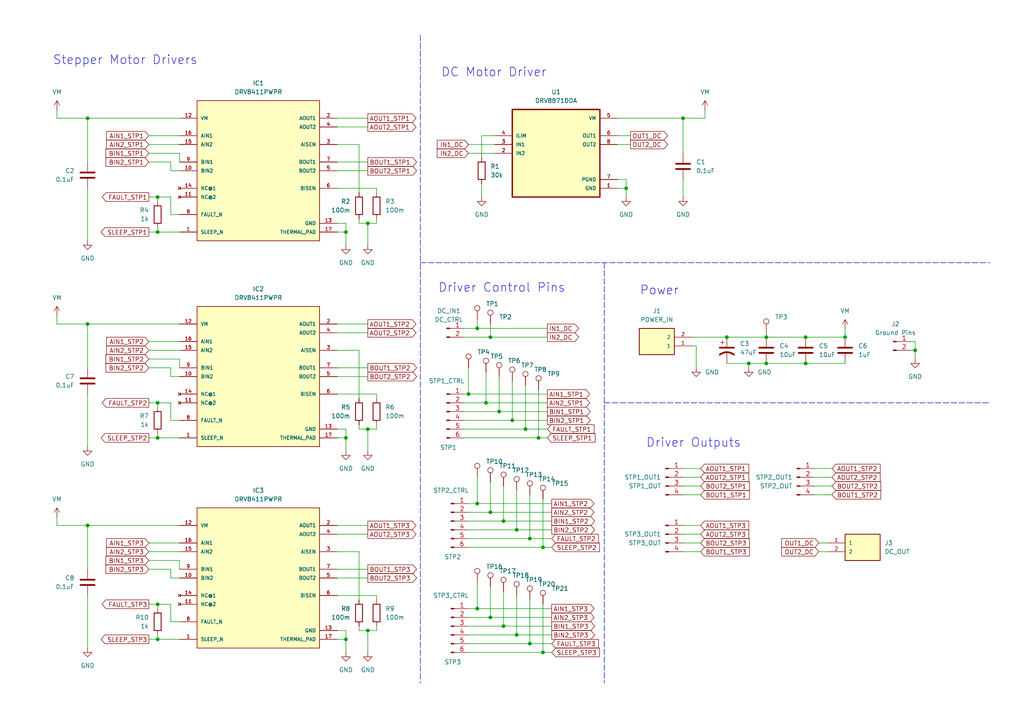
<source format=kicad_sch>
(kicad_sch (version 20250114) (generator "eeschema") (generator_version "9.0")
  (paper "A4")
  (text "Stepper Motor Drivers" (at 36.322 17.526 0) (effects (font (size 2.54 2.54))))
  (text "DC Motor Driver" (at 143.256 21.082 0) (effects (font (size 2.54 2.54))))
  (text "Driver Outputs" (at 201.168 128.524 0) (effects (font (size 2.54 2.54))))
  (text "Driver Control Pins" (at 145.542 83.566 0) (effects (font (size 2.54 2.54))))
  (text "Power" (at 191.262 84.328 0) (effects (font (size 2.54 2.54))))
  (junction (at 265.43 101.6))
  (junction (at 233.68 105.41))
  (junction (at 138.43 95.25))
  (junction (at 45.72 127))
  (junction (at 106.68 124.46))
  (junction (at 45.72 185.42))
  (junction (at 142.24 97.79))
  (junction (at 100.33 67.31))
  (junction (at 144.78 119.38))
  (junction (at 142.24 179.07))
  (junction (at 135.89 114.3))
  (junction (at 156.21 127))
  (junction (at 153.67 156.21))
  (junction (at 106.68 182.88))
  (junction (at 138.43 176.53))
  (junction (at 100.33 127))
  (junction (at 148.59 121.92))
  (junction (at 222.25 105.41))
  (junction (at 152.4 124.46))
  (junction (at 181.61 54.61))
  (junction (at 157.48 158.75))
  (junction (at 25.4 93.98))
  (junction (at 25.4 152.4))
  (junction (at 198.12 34.29))
  (junction (at 149.86 184.15))
  (junction (at 25.4 34.29))
  (junction (at 245.11 97.79))
  (junction (at 233.68 97.79))
  (junction (at 146.05 181.61))
  (junction (at 217.17 105.41))
  (junction (at 100.33 185.42))
  (junction (at 146.05 151.13))
  (junction (at 222.25 97.79))
  (junction (at 138.43 146.05))
  (junction (at 45.72 175.26))
  (junction (at 149.86 153.67))
  (junction (at 45.72 67.31))
  (junction (at 140.97 116.84))
  (junction (at 157.48 189.23))
  (junction (at 210.82 97.79))
  (junction (at 45.72 116.84))
  (junction (at 45.72 57.15))
  (junction (at 153.67 186.69))
  (junction (at 142.24 148.59))
  (junction (at 106.68 64.77))
  (wire (pts (xy 135.89 106.68) (xy 135.89 114.3)))
  (wire (pts (xy 153.67 156.21) (xy 160.02 156.21)))
  (wire (pts (xy 43.18 185.42) (xy 45.72 185.42)))
  (wire (pts (xy 25.4 93.98) (xy 52.07 93.98)))
  (wire (pts (xy 146.05 181.61) (xy 160.02 181.61)))
  (wire (pts (xy 179.07 52.07) (xy 181.61 52.07)))
  (wire (pts (xy 157.48 158.75) (xy 160.02 158.75)))
  (wire (pts (xy 109.22 172.72) (xy 97.79 172.72)))
  (wire (pts (xy 97.79 93.98) (xy 106.68 93.98)))
  (wire (pts (xy 142.24 170.18) (xy 142.24 179.07)))
  (wire (pts (xy 16.51 31.75) (xy 16.51 34.29)))
  (wire (pts (xy 25.4 129.54) (xy 25.4 114.3)))
  (wire (pts (xy 237.49 160.02) (xy 240.03 160.02)))
  (wire (pts (xy 97.79 41.91) (xy 104.14 41.91)))
  (wire (pts (xy 97.79 167.64) (xy 106.68 167.64)))
  (wire (pts (xy 16.51 149.86) (xy 16.51 152.4)))
  (wire (pts (xy 49.53 109.22) (xy 52.07 109.22)))
  (wire (pts (xy 52.07 106.68) (xy 52.07 104.14)))
  (wire (pts (xy 97.79 96.52) (xy 106.68 96.52)))
  (wire (pts (xy 109.22 173.99) (xy 109.22 172.72)))
  (wire (pts (xy 25.4 69.85) (xy 25.4 54.61)))
  (wire (pts (xy 233.68 105.41) (xy 245.11 105.41)))
  (wire (pts (xy 106.68 64.77) (xy 109.22 64.77)))
  (wire (pts (xy 138.43 176.53) (xy 160.02 176.53)))
  (wire (pts (xy 134.62 119.38) (xy 144.78 119.38)))
  (wire (pts (xy 97.79 182.88) (xy 100.33 182.88)))
  (wire (pts (xy 104.14 41.91) (xy 104.14 55.88)))
  (wire (pts (xy 153.67 186.69) (xy 160.02 186.69)))
  (wire (pts (xy 198.12 34.29) (xy 198.12 44.45)))
  (wire (pts (xy 45.72 185.42) (xy 52.07 185.42)))
  (wire (pts (xy 52.07 46.99) (xy 52.07 44.45)))
  (wire (pts (xy 135.89 176.53) (xy 138.43 176.53)))
  (wire (pts (xy 142.24 139.7) (xy 142.24 148.59)))
  (wire (pts (xy 45.72 67.31) (xy 52.07 67.31)))
  (wire (pts (xy 146.05 151.13) (xy 160.02 151.13)))
  (wire (pts (xy 109.22 115.57) (xy 109.22 114.3)))
  (wire (pts (xy 106.68 182.88) (xy 109.22 182.88)))
  (wire (pts (xy 100.33 182.88) (xy 100.33 185.42)))
  (polyline (pts (xy 121.92 76.2) (xy 287.02 76.2)) (stroke (width 0) (type dash)))
  (wire (pts (xy 104.14 182.88) (xy 106.68 182.88)))
  (wire (pts (xy 157.48 175.26) (xy 157.48 189.23)))
  (wire (pts (xy 109.22 182.88) (xy 109.22 181.61)))
  (wire (pts (xy 100.33 127) (xy 97.79 127)))
  (wire (pts (xy 217.17 106.68) (xy 217.17 105.41)))
  (wire (pts (xy 49.53 121.92) (xy 49.53 116.84)))
  (wire (pts (xy 43.18 46.99) (xy 49.53 46.99)))
  (wire (pts (xy 236.22 138.43) (xy 241.3 138.43)))
  (wire (pts (xy 134.62 97.79) (xy 142.24 97.79)))
  (wire (pts (xy 49.53 180.34) (xy 52.07 180.34)))
  (wire (pts (xy 45.72 116.84) (xy 49.53 116.84)))
  (wire (pts (xy 181.61 54.61) (xy 181.61 57.15)))
  (wire (pts (xy 142.24 97.79) (xy 158.75 97.79)))
  (wire (pts (xy 43.18 157.48) (xy 52.07 157.48)))
  (wire (pts (xy 152.4 124.46) (xy 158.75 124.46)))
  (wire (pts (xy 156.21 113.03) (xy 156.21 127)))
  (wire (pts (xy 97.79 106.68) (xy 106.68 106.68)))
  (wire (pts (xy 179.07 34.29) (xy 198.12 34.29)))
  (wire (pts (xy 43.18 41.91) (xy 52.07 41.91)))
  (wire (pts (xy 237.49 157.48) (xy 240.03 157.48)))
  (wire (pts (xy 100.33 67.31) (xy 97.79 67.31)))
  (wire (pts (xy 236.22 143.51) (xy 241.3 143.51)))
  (wire (pts (xy 198.12 52.07) (xy 198.12 57.15)))
  (wire (pts (xy 49.53 46.99) (xy 49.53 49.53)))
  (wire (pts (xy 138.43 168.91) (xy 138.43 176.53)))
  (wire (pts (xy 138.43 92.71) (xy 138.43 95.25)))
  (wire (pts (xy 138.43 95.25) (xy 158.75 95.25)))
  (wire (pts (xy 157.48 144.78) (xy 157.48 158.75)))
  (wire (pts (xy 104.14 182.88) (xy 104.14 181.61)))
  (wire (pts (xy 43.18 116.84) (xy 45.72 116.84)))
  (wire (pts (xy 135.89 151.13) (xy 146.05 151.13)))
  (wire (pts (xy 198.12 135.89) (xy 203.2 135.89)))
  (wire (pts (xy 135.89 41.91) (xy 143.51 41.91)))
  (wire (pts (xy 106.68 124.46) (xy 109.22 124.46)))
  (wire (pts (xy 204.47 31.75) (xy 204.47 34.29)))
  (wire (pts (xy 156.21 127) (xy 158.75 127)))
  (wire (pts (xy 104.14 124.46) (xy 104.14 123.19)))
  (wire (pts (xy 149.86 172.72) (xy 149.86 184.15)))
  (wire (pts (xy 45.72 175.26) (xy 49.53 175.26)))
  (wire (pts (xy 97.79 152.4) (xy 106.68 152.4)))
  (wire (pts (xy 97.79 165.1) (xy 106.68 165.1)))
  (wire (pts (xy 134.62 116.84) (xy 140.97 116.84)))
  (wire (pts (xy 49.53 165.1) (xy 49.53 167.64)))
  (wire (pts (xy 146.05 171.45) (xy 146.05 181.61)))
  (wire (pts (xy 16.51 34.29) (xy 25.4 34.29)))
  (polyline (pts (xy 175.26 76.2) (xy 175.26 198.12)) (stroke (width 0) (type dash)))
  (wire (pts (xy 198.12 143.51) (xy 203.2 143.51)))
  (wire (pts (xy 109.22 55.88) (xy 109.22 54.61)))
  (wire (pts (xy 139.7 57.15) (xy 139.7 53.34)))
  (wire (pts (xy 138.43 138.43) (xy 138.43 146.05)))
  (wire (pts (xy 139.7 39.37) (xy 143.51 39.37)))
  (wire (pts (xy 135.89 186.69) (xy 153.67 186.69)))
  (wire (pts (xy 97.79 36.83) (xy 106.68 36.83)))
  (wire (pts (xy 144.78 109.22) (xy 144.78 119.38)))
  (wire (pts (xy 25.4 106.68) (xy 25.4 93.98)))
  (wire (pts (xy 149.86 153.67) (xy 160.02 153.67)))
  (wire (pts (xy 45.72 67.31) (xy 45.72 66.04)))
  (wire (pts (xy 100.33 67.31) (xy 100.33 71.12)))
  (wire (pts (xy 149.86 184.15) (xy 160.02 184.15)))
  (wire (pts (xy 153.67 143.51) (xy 153.67 156.21)))
  (wire (pts (xy 43.18 101.6) (xy 52.07 101.6)))
  (wire (pts (xy 43.18 44.45) (xy 52.07 44.45)))
  (wire (pts (xy 222.25 96.52) (xy 222.25 97.79)))
  (wire (pts (xy 104.14 64.77) (xy 104.14 63.5)))
  (wire (pts (xy 204.47 34.29) (xy 198.12 34.29)))
  (wire (pts (xy 106.68 124.46) (xy 106.68 130.81)))
  (wire (pts (xy 45.72 116.84) (xy 45.72 118.11)))
  (wire (pts (xy 45.72 127) (xy 52.07 127)))
  (wire (pts (xy 140.97 116.84) (xy 158.75 116.84)))
  (wire (pts (xy 135.89 146.05) (xy 138.43 146.05)))
  (wire (pts (xy 236.22 140.97) (xy 241.3 140.97)))
  (wire (pts (xy 134.62 127) (xy 156.21 127)))
  (wire (pts (xy 45.72 57.15) (xy 45.72 58.42)))
  (wire (pts (xy 200.66 97.79) (xy 210.82 97.79)))
  (wire (pts (xy 16.51 93.98) (xy 25.4 93.98)))
  (wire (pts (xy 135.89 114.3) (xy 158.75 114.3)))
  (wire (pts (xy 198.12 154.94) (xy 203.2 154.94)))
  (wire (pts (xy 135.89 156.21) (xy 153.67 156.21)))
  (wire (pts (xy 109.22 114.3) (xy 97.79 114.3)))
  (wire (pts (xy 264.16 99.06) (xy 265.43 99.06)))
  (wire (pts (xy 16.51 91.44) (xy 16.51 93.98)))
  (wire (pts (xy 97.79 154.94) (xy 106.68 154.94)))
  (wire (pts (xy 45.72 57.15) (xy 49.53 57.15)))
  (wire (pts (xy 135.89 44.45) (xy 143.51 44.45)))
  (wire (pts (xy 134.62 114.3) (xy 135.89 114.3)))
  (wire (pts (xy 49.53 106.68) (xy 49.53 109.22)))
  (wire (pts (xy 97.79 49.53) (xy 106.68 49.53)))
  (wire (pts (xy 45.72 185.42) (xy 45.72 184.15)))
  (wire (pts (xy 49.53 62.23) (xy 49.53 57.15)))
  (wire (pts (xy 146.05 140.97) (xy 146.05 151.13)))
  (wire (pts (xy 236.22 135.89) (xy 241.3 135.89)))
  (wire (pts (xy 264.16 101.6) (xy 265.43 101.6)))
  (wire (pts (xy 100.33 185.42) (xy 97.79 185.42)))
  (wire (pts (xy 135.89 179.07) (xy 142.24 179.07)))
  (wire (pts (xy 43.18 165.1) (xy 49.53 165.1)))
  (wire (pts (xy 97.79 64.77) (xy 100.33 64.77)))
  (wire (pts (xy 49.53 167.64) (xy 52.07 167.64)))
  (wire (pts (xy 43.18 162.56) (xy 52.07 162.56)))
  (wire (pts (xy 49.53 121.92) (xy 52.07 121.92)))
  (wire (pts (xy 104.14 124.46) (xy 106.68 124.46)))
  (wire (pts (xy 109.22 64.77) (xy 109.22 63.5)))
  (wire (pts (xy 265.43 101.6) (xy 265.43 104.14)))
  (wire (pts (xy 142.24 93.98) (xy 142.24 97.79)))
  (wire (pts (xy 135.89 181.61) (xy 146.05 181.61)))
  (wire (pts (xy 134.62 121.92) (xy 148.59 121.92)))
  (wire (pts (xy 153.67 173.99) (xy 153.67 186.69)))
  (polyline (pts (xy 175.26 116.84) (xy 287.02 116.84)) (stroke (width 0) (type dash)))
  (wire (pts (xy 152.4 111.76) (xy 152.4 124.46)))
  (wire (pts (xy 222.25 105.41) (xy 233.68 105.41)))
  (wire (pts (xy 100.33 64.77) (xy 100.33 67.31)))
  (wire (pts (xy 138.43 146.05) (xy 160.02 146.05)))
  (wire (pts (xy 100.33 127) (xy 100.33 130.81)))
  (wire (pts (xy 106.68 182.88) (xy 106.68 189.23)))
  (wire (pts (xy 135.89 148.59) (xy 142.24 148.59)))
  (wire (pts (xy 135.89 189.23) (xy 157.48 189.23)))
  (wire (pts (xy 149.86 142.24) (xy 149.86 153.67)))
  (wire (pts (xy 104.14 64.77) (xy 106.68 64.77)))
  (wire (pts (xy 49.53 180.34) (xy 49.53 175.26)))
  (wire (pts (xy 104.14 160.02) (xy 104.14 173.99)))
  (wire (pts (xy 198.12 160.02) (xy 203.2 160.02)))
  (wire (pts (xy 97.79 101.6) (xy 104.14 101.6)))
  (wire (pts (xy 97.79 160.02) (xy 104.14 160.02)))
  (wire (pts (xy 134.62 95.25) (xy 138.43 95.25)))
  (wire (pts (xy 148.59 121.92) (xy 158.75 121.92)))
  (wire (pts (xy 43.18 57.15) (xy 45.72 57.15)))
  (wire (pts (xy 43.18 106.68) (xy 49.53 106.68)))
  (wire (pts (xy 49.53 49.53) (xy 52.07 49.53)))
  (wire (pts (xy 210.82 97.79) (xy 222.25 97.79)))
  (wire (pts (xy 25.4 34.29) (xy 52.07 34.29)))
  (wire (pts (xy 201.93 100.33) (xy 201.93 106.68)))
  (wire (pts (xy 265.43 99.06) (xy 265.43 101.6)))
  (wire (pts (xy 144.78 119.38) (xy 158.75 119.38)))
  (wire (pts (xy 100.33 124.46) (xy 100.33 127)))
  (wire (pts (xy 198.12 140.97) (xy 203.2 140.97)))
  (wire (pts (xy 245.11 95.25) (xy 245.11 97.79)))
  (wire (pts (xy 43.18 39.37) (xy 52.07 39.37)))
  (wire (pts (xy 106.68 64.77) (xy 106.68 71.12)))
  (wire (pts (xy 25.4 165.1) (xy 25.4 152.4)))
  (wire (pts (xy 25.4 46.99) (xy 25.4 34.29)))
  (wire (pts (xy 210.82 105.41) (xy 217.17 105.41)))
  (wire (pts (xy 43.18 104.14) (xy 52.07 104.14)))
  (wire (pts (xy 43.18 160.02) (xy 52.07 160.02)))
  (wire (pts (xy 179.07 41.91) (xy 182.88 41.91)))
  (wire (pts (xy 25.4 187.96) (xy 25.4 172.72)))
  (wire (pts (xy 135.89 184.15) (xy 149.86 184.15)))
  (wire (pts (xy 134.62 124.46) (xy 152.4 124.46)))
  (wire (pts (xy 43.18 175.26) (xy 45.72 175.26)))
  (wire (pts (xy 45.72 175.26) (xy 45.72 176.53)))
  (wire (pts (xy 198.12 157.48) (xy 203.2 157.48)))
  (wire (pts (xy 222.25 97.79) (xy 233.68 97.79)))
  (wire (pts (xy 181.61 52.07) (xy 181.61 54.61)))
  (wire (pts (xy 97.79 109.22) (xy 106.68 109.22)))
  (wire (pts (xy 43.18 67.31) (xy 45.72 67.31)))
  (wire (pts (xy 45.72 127) (xy 45.72 125.73)))
  (wire (pts (xy 148.59 110.49) (xy 148.59 121.92)))
  (wire (pts (xy 52.07 165.1) (xy 52.07 162.56)))
  (wire (pts (xy 25.4 152.4) (xy 52.07 152.4)))
  (wire (pts (xy 104.14 101.6) (xy 104.14 115.57)))
  (wire (pts (xy 217.17 105.41) (xy 222.25 105.41)))
  (wire (pts (xy 97.79 46.99) (xy 106.68 46.99)))
  (wire (pts (xy 43.18 127) (xy 45.72 127)))
  (wire (pts (xy 109.22 124.46) (xy 109.22 123.19)))
  (wire (pts (xy 142.24 148.59) (xy 160.02 148.59)))
  (wire (pts (xy 16.51 152.4) (xy 25.4 152.4)))
  (wire (pts (xy 198.12 138.43) (xy 203.2 138.43)))
  (wire (pts (xy 140.97 107.95) (xy 140.97 116.84)))
  (wire (pts (xy 135.89 153.67) (xy 149.86 153.67)))
  (wire (pts (xy 181.61 54.61) (xy 179.07 54.61)))
  (wire (pts (xy 157.48 189.23) (xy 160.02 189.23)))
  (wire (pts (xy 49.53 62.23) (xy 52.07 62.23)))
  (wire (pts (xy 139.7 45.72) (xy 139.7 39.37)))
  (wire (pts (xy 100.33 185.42) (xy 100.33 189.23)))
  (wire (pts (xy 198.12 152.4) (xy 203.2 152.4)))
  (wire (pts (xy 142.24 179.07) (xy 160.02 179.07)))
  (wire (pts (xy 109.22 54.61) (xy 97.79 54.61)))
  (wire (pts (xy 135.89 158.75) (xy 157.48 158.75)))
  (wire (pts (xy 200.66 100.33) (xy 201.93 100.33)))
  (wire (pts (xy 179.07 39.37) (xy 182.88 39.37)))
  (wire (pts (xy 97.79 34.29) (xy 106.68 34.29)))
  (polyline (pts (xy 121.92 10.16) (xy 121.92 198.12)) (stroke (width 0) (type dash)))
  (wire (pts (xy 233.68 97.79) (xy 245.11 97.79)))
  (wire (pts (xy 43.18 99.06) (xy 52.07 99.06)))
  (wire (pts (xy 97.79 124.46) (xy 100.33 124.46)))
  (global_label "AOUT1_STP2" (shape input) (at 241.3 135.89 0) (property "Intersheetrefs" "${INTERSHEET_REFS}" (effects (hide yes))))
  (global_label "AIN1_STP1" (shape output) (at 158.75 114.3 0) (property "Intersheetrefs" "${INTERSHEET_REFS}" (effects (hide yes))))
  (global_label "IN2_DC" (shape input) (at 135.89 44.45 180) (property "Intersheetrefs" "${INTERSHEET_REFS}" (effects (hide yes))))
  (global_label "BIN1_STP3" (shape input) (at 43.18 162.56 180) (property "Intersheetrefs" "${INTERSHEET_REFS}" (effects (hide yes))))
  (global_label "BIN2_STP3" (shape output) (at 160.02 184.15 0) (property "Intersheetrefs" "${INTERSHEET_REFS}" (effects (hide yes))))
  (global_label "AIN2_STP2" (shape input) (at 43.18 101.6 180) (property "Intersheetrefs" "${INTERSHEET_REFS}" (effects (hide yes))))
  (global_label "IN1_DC" (shape output) (at 158.75 95.25 0) (property "Intersheetrefs" "${INTERSHEET_REFS}" (effects (hide yes))))
  (global_label "OUT1_DC" (shape output) (at 182.88 39.37 0) (property "Intersheetrefs" "${INTERSHEET_REFS}" (effects (hide yes))))
  (global_label "SLEEP_STP3" (shape output) (at 43.18 185.42 180) (property "Intersheetrefs" "${INTERSHEET_REFS}" (effects (hide yes))))
  (global_label "AIN1_STP3" (shape output) (at 160.02 176.53 0) (property "Intersheetrefs" "${INTERSHEET_REFS}" (effects (hide yes))))
  (global_label "BOUT2_STP3" (shape output) (at 106.68 167.64 0) (property "Intersheetrefs" "${INTERSHEET_REFS}" (effects (hide yes))))
  (global_label "BIN2_STP2" (shape input) (at 43.18 106.68 180) (property "Intersheetrefs" "${INTERSHEET_REFS}" (effects (hide yes))))
  (global_label "BOUT2_STP1" (shape input) (at 203.2 140.97 0) (property "Intersheetrefs" "${INTERSHEET_REFS}" (effects (hide yes))))
  (global_label "BOUT2_STP1" (shape output) (at 106.68 49.53 0) (property "Intersheetrefs" "${INTERSHEET_REFS}" (effects (hide yes))))
  (global_label "AOUT2_STP1" (shape output) (at 106.68 36.83 0) (property "Intersheetrefs" "${INTERSHEET_REFS}" (effects (hide yes))))
  (global_label "SLEEP_STP1" (shape input) (at 158.75 127 0) (property "Intersheetrefs" "${INTERSHEET_REFS}" (effects (hide yes))))
  (global_label "AIN2_STP2" (shape output) (at 160.02 148.59 0) (property "Intersheetrefs" "${INTERSHEET_REFS}" (effects (hide yes))))
  (global_label "BOUT1_STP1" (shape output) (at 106.68 46.99 0) (property "Intersheetrefs" "${INTERSHEET_REFS}" (effects (hide yes))))
  (global_label "AOUT2_STP1" (shape input) (at 203.2 138.43 0) (property "Intersheetrefs" "${INTERSHEET_REFS}" (effects (hide yes))))
  (global_label "BIN1_STP1" (shape output) (at 158.75 119.38 0) (property "Intersheetrefs" "${INTERSHEET_REFS}" (effects (hide yes))))
  (global_label "AIN2_STP1" (shape input) (at 43.18 41.91 180) (property "Intersheetrefs" "${INTERSHEET_REFS}" (effects (hide yes))))
  (global_label "AIN1_STP2" (shape input) (at 43.18 99.06 180) (property "Intersheetrefs" "${INTERSHEET_REFS}" (effects (hide yes))))
  (global_label "AIN2_STP1" (shape output) (at 158.75 116.84 0) (property "Intersheetrefs" "${INTERSHEET_REFS}" (effects (hide yes))))
  (global_label "BIN1_STP2" (shape input) (at 43.18 104.14 180) (property "Intersheetrefs" "${INTERSHEET_REFS}" (effects (hide yes))))
  (global_label "BOUT1_STP1" (shape input) (at 203.2 143.51 0) (property "Intersheetrefs" "${INTERSHEET_REFS}" (effects (hide yes))))
  (global_label "AOUT2_STP3" (shape input) (at 203.2 154.94 0) (property "Intersheetrefs" "${INTERSHEET_REFS}" (effects (hide yes))))
  (global_label "BIN2_STP3" (shape input) (at 43.18 165.1 180) (property "Intersheetrefs" "${INTERSHEET_REFS}" (effects (hide yes))))
  (global_label "BIN1_STP2" (shape output) (at 160.02 151.13 0) (property "Intersheetrefs" "${INTERSHEET_REFS}" (effects (hide yes))))
  (global_label "BOUT1_STP2" (shape input) (at 241.3 143.51 0) (property "Intersheetrefs" "${INTERSHEET_REFS}" (effects (hide yes))))
  (global_label "OUT2_DC" (shape output) (at 182.88 41.91 0) (property "Intersheetrefs" "${INTERSHEET_REFS}" (effects (hide yes))))
  (global_label "BOUT2_STP3" (shape input) (at 203.2 157.48 0) (property "Intersheetrefs" "${INTERSHEET_REFS}" (effects (hide yes))))
  (global_label "FAULT_STP1" (shape output) (at 43.18 57.15 180) (property "Intersheetrefs" "${INTERSHEET_REFS}" (effects (hide yes))))
  (global_label "AOUT1_STP2" (shape output) (at 106.68 93.98 0) (property "Intersheetrefs" "${INTERSHEET_REFS}" (effects (hide yes))))
  (global_label "AIN1_STP1" (shape input) (at 43.18 39.37 180) (property "Intersheetrefs" "${INTERSHEET_REFS}" (effects (hide yes))))
  (global_label "AIN2_STP3" (shape output) (at 160.02 179.07 0) (property "Intersheetrefs" "${INTERSHEET_REFS}" (effects (hide yes))))
  (global_label "BOUT1_STP2" (shape output) (at 106.68 106.68 0) (property "Intersheetrefs" "${INTERSHEET_REFS}" (effects (hide yes))))
  (global_label "AOUT2_STP2" (shape input) (at 241.3 138.43 0) (property "Intersheetrefs" "${INTERSHEET_REFS}" (effects (hide yes))))
  (global_label "AOUT2_STP2" (shape output) (at 106.68 96.52 0) (property "Intersheetrefs" "${INTERSHEET_REFS}" (effects (hide yes))))
  (global_label "AOUT1_STP1" (shape output) (at 106.68 34.29 0) (property "Intersheetrefs" "${INTERSHEET_REFS}" (effects (hide yes))))
  (global_label "AIN1_STP3" (shape input) (at 43.18 157.48 180) (property "Intersheetrefs" "${INTERSHEET_REFS}" (effects (hide yes))))
  (global_label "BIN2_STP1" (shape output) (at 158.75 121.92 0) (property "Intersheetrefs" "${INTERSHEET_REFS}" (effects (hide yes))))
  (global_label "AOUT1_STP1" (shape input) (at 203.2 135.89 0) (property "Intersheetrefs" "${INTERSHEET_REFS}" (effects (hide yes))))
  (global_label "SLEEP_STP2" (shape input) (at 160.02 158.75 0) (property "Intersheetrefs" "${INTERSHEET_REFS}" (effects (hide yes))))
  (global_label "IN2_DC" (shape output) (at 158.75 97.79 0) (property "Intersheetrefs" "${INTERSHEET_REFS}" (effects (hide yes))))
  (global_label "SLEEP_STP3" (shape input) (at 160.02 189.23 0) (property "Intersheetrefs" "${INTERSHEET_REFS}" (effects (hide yes))))
  (global_label "AIN1_STP2" (shape output) (at 160.02 146.05 0) (property "Intersheetrefs" "${INTERSHEET_REFS}" (effects (hide yes))))
  (global_label "FAULT_STP1" (shape input) (at 158.75 124.46 0) (property "Intersheetrefs" "${INTERSHEET_REFS}" (effects (hide yes))))
  (global_label "FAULT_STP3" (shape output) (at 43.18 175.26 180) (property "Intersheetrefs" "${INTERSHEET_REFS}" (effects (hide yes))))
  (global_label "BIN1_STP1" (shape input) (at 43.18 44.45 180) (property "Intersheetrefs" "${INTERSHEET_REFS}" (effects (hide yes))))
  (global_label "BIN2_STP2" (shape output) (at 160.02 153.67 0) (property "Intersheetrefs" "${INTERSHEET_REFS}" (effects (hide yes))))
  (global_label "BOUT2_STP2" (shape output) (at 106.68 109.22 0) (property "Intersheetrefs" "${INTERSHEET_REFS}" (effects (hide yes))))
  (global_label "BOUT1_STP3" (shape input) (at 203.2 160.02 0) (property "Intersheetrefs" "${INTERSHEET_REFS}" (effects (hide yes))))
  (global_label "BIN2_STP1" (shape input) (at 43.18 46.99 180) (property "Intersheetrefs" "${INTERSHEET_REFS}" (effects (hide yes))))
  (global_label "AIN2_STP3" (shape input) (at 43.18 160.02 180) (property "Intersheetrefs" "${INTERSHEET_REFS}" (effects (hide yes))))
  (global_label "FAULT_STP2" (shape output) (at 43.18 116.84 180) (property "Intersheetrefs" "${INTERSHEET_REFS}" (effects (hide yes))))
  (global_label "OUT2_DC" (shape input) (at 237.49 160.02 180) (property "Intersheetrefs" "${INTERSHEET_REFS}" (effects (hide yes))))
  (global_label "BIN1_STP3" (shape output) (at 160.02 181.61 0) (property "Intersheetrefs" "${INTERSHEET_REFS}" (effects (hide yes))))
  (global_label "OUT1_DC" (shape input) (at 237.49 157.48 180) (property "Intersheetrefs" "${INTERSHEET_REFS}" (effects (hide yes))))
  (global_label "FAULT_STP3" (shape input) (at 160.02 186.69 0) (property "Intersheetrefs" "${INTERSHEET_REFS}" (effects (hide yes))))
  (global_label "BOUT2_STP2" (shape input) (at 241.3 140.97 0) (property "Intersheetrefs" "${INTERSHEET_REFS}" (effects (hide yes))))
  (global_label "AOUT2_STP3" (shape output) (at 106.68 154.94 0) (property "Intersheetrefs" "${INTERSHEET_REFS}" (effects (hide yes))))
  (global_label "FAULT_STP2" (shape input) (at 160.02 156.21 0) (property "Intersheetrefs" "${INTERSHEET_REFS}" (effects (hide yes))))
  (global_label "AOUT1_STP3" (shape output) (at 106.68 152.4 0) (property "Intersheetrefs" "${INTERSHEET_REFS}" (effects (hide yes))))
  (global_label "IN1_DC" (shape input) (at 135.89 41.91 180) (property "Intersheetrefs" "${INTERSHEET_REFS}" (effects (hide yes))))
  (global_label "SLEEP_STP2" (shape output) (at 43.18 127 180) (property "Intersheetrefs" "${INTERSHEET_REFS}" (effects (hide yes))))
  (global_label "SLEEP_STP1" (shape output) (at 43.18 67.31 180) (property "Intersheetrefs" "${INTERSHEET_REFS}" (effects (hide yes))))
  (global_label "BOUT1_STP3" (shape output) (at 106.68 165.1 0) (property "Intersheetrefs" "${INTERSHEET_REFS}" (effects (hide yes))))
  (global_label "AOUT1_STP3" (shape input) (at 203.2 152.4 0) (property "Intersheetrefs" "${INTERSHEET_REFS}" (effects (hide yes))))
  (symbol (lib_id "Device:C") (at 245.11 101.6 0) (unit 1)
    (property "Reference" "C6" (at 248.92 100.3299 0) (effects (justify left)))
    (property "Value" "1uF" (at 248.92 102.8699 0) (effects (justify left)))
    (property "Footprint" "Capacitor_SMD:C_0603_1608Metric" (effects (hide yes)))
    (property "Description" "Unpolarized capacitor" (effects (hide yes)))
    (property "PartNumber" "GRT188R61H105ME13D" (effects (hide yes)))
    (property "Manufacturer" "MuRata" (effects (hide yes)))
  )
  (symbol (lib_id "power:GND") (at 139.7 57.15 0) (unit 1)
    (property "Reference" "#PWR03" (effects (hide yes)))
    (property "Value" "GND" (at 139.7 62.23 0))
    (property "Description" "Power symbol creates a global label with name \"GND\" , ground" (effects (hide yes)))
  )
  (symbol (lib_id "power:GND") (at 106.68 71.12 0) (unit 1)
    (property "Reference" "#PWR08" (effects (hide yes)))
    (property "Value" "GND" (at 106.68 76.2 0))
    (property "Description" "Power symbol creates a global label with name \"GND\" , ground" (effects (hide yes)))
  )
  (symbol (lib_id "power:PRI_HI") (at 16.51 31.75 0) (unit 1)
    (property "Reference" "#PWR01" (effects (hide yes)))
    (property "Value" "VM" (at 16.51 26.67 0))
    (property "Description" "Power symbol creates a global label with name \"VM\"" (effects (hide yes)))
  )
  (symbol (lib_id "Connector:Conn_01x04_Pin") (at 193.04 154.94 0) (unit 1)
    (property "Reference" "STP3_OUT1" (at 191.77 154.9399 0) (effects (justify right)))
    (property "Value" "STP3_OUT" (at 191.77 157.4799 0) (effects (justify right)))
    (property "Footprint" "Connector_PinHeader_2.54mm:PinHeader_1x04_P2.54mm_Vertical" (effects (hide yes)))
    (property "Description" "Generic connector, single row, 01x04, script generated" (effects (hide yes)))
  )
  (symbol (lib_id "power:PRI_HI") (at 245.11 95.25 0) (unit 1)
    (property "Reference" "#PWR010" (effects (hide yes)))
    (property "Value" "VM" (at 245.11 90.17 0))
    (property "Description" "Power symbol creates a global label with name \"VM\"" (effects (hide yes)))
  )
  (symbol (lib_id "Connector:Conn_01x02_Pin") (at 129.54 95.25 0) (unit 1)
    (property "Reference" "DC_IN1" (at 130.175 90.17 0))
    (property "Value" "DC_CTRL" (at 130.175 92.71 0))
    (property "Footprint" "Connector_PinHeader_2.54mm:PinHeader_1x02_P2.54mm_Vertical" (effects (hide yes)))
    (property "Description" "Generic connector, single row, 01x02, script generated" (effects (hide yes)))
  )
  (symbol (lib_id "Device:R") (at 45.72 180.34 0) (mirror y) (unit 1)
    (property "Reference" "R10" (at 43.18 179.0699 0) (effects (justify left)))
    (property "Value" "1k" (at 43.18 181.6099 0) (effects (justify left)))
    (property "Footprint" "Resistor_SMD:R_0805_2012Metric_Pad1.20x1.40mm_HandSolder" (effects (hide yes)))
    (property "Datasheet" "https://www.seielect.com/catalog/SEI-RPC.pdf" (effects (hide yes)))
    (property "Description" "RES 1K OHM 5% 1/4W 0805" (effects (hide yes)))
    (property "Manufacturer" "Stackpole Electronics Inc" (effects (hide yes)))
  )
  (symbol (lib_id "Device:C") (at 25.4 50.8 0) (mirror x) (unit 1)
    (property "Reference" "C2" (at 21.59 49.5299 0) (effects (justify right)))
    (property "Value" "0.1uF" (at 21.59 52.0699 0) (effects (justify right)))
    (property "Footprint" "Capacitor_SMD:C_0402_1005Metric" (effects (hide yes)))
    (property "Description" "Unpolarized capacitor" (effects (hide yes)))
    (property "Package" "0805 Johanson" (effects (hide yes)))
    (property "Availability" "In Stock" (effects (hide yes)))
    (property "Manufacturer" "MuRata" (effects (hide yes)))
    (property "PartNumber" "GRM155R71H104KE14D " (effects (hide yes)))
  )
  (symbol (lib_id "power:GND") (at 201.93 106.68 0) (unit 1)
    (property "Reference" "#PWR012" (effects (hide yes)))
    (property "Value" "GND" (at 204.47 107.9499 0) (effects (justify left)))
    (property "Description" "Power symbol creates a global label with name \"GND\" , ground" (effects (hide yes)))
  )
  (symbol (lib_id "Device:R") (at 139.7 49.53 180) (unit 1)
    (property "Reference" "R1" (at 142.24 48.2599 0) (effects (justify right)))
    (property "Value" "30k" (at 142.24 50.7999 0) (effects (justify right)))
    (property "Footprint" "Resistor_SMD:R_0805_2012Metric_Pad1.20x1.40mm_HandSolder" (effects (hide yes)))
    (property "Datasheet" "https://www.seielect.com/catalog/SEI-RNCF.pdf" (effects (hide yes)))
    (property "Description" "RES SMD 30K OHM 0.1% 1/4W 0805" (effects (hide yes)))
    (property "Manufacturer" "Stackpole Electronics Inc" (effects (hide yes)))
  )
  (symbol (lib_id "power:GND") (at 181.61 57.15 0) (unit 1)
    (property "Reference" "#PWR04" (effects (hide yes)))
    (property "Value" "GND" (at 181.61 62.23 0))
    (property "Description" "Power symbol creates a global label with name \"GND\" , ground" (effects (hide yes)))
  )
  (symbol (lib_id "Connector:Conn_01x06_Pin") (at 129.54 119.38 0) (unit 1)
    (property "Reference" "STP1" (at 130.048 129.794 0))
    (property "Value" "STP1_CTRL" (at 129.54 110.49 0))
    (property "Footprint" "Connector_PinHeader_2.54mm:PinHeader_1x06_P2.54mm_Vertical" (effects (hide yes)))
    (property "Datasheet" "https://mm.digikey.com/Volume0/opasdata/d220001/medias/docus/937/Female_Headers.100_DS.pdf" (effects (hide yes)))
    (property "Description" "CONN HDR 6POS 0.1 TIN PCB" (effects (hide yes)))
    (property "Manufacturer" "Sullins Connector Solutions" (effects (hide yes)))
  )
  (symbol (lib_id "DRV8411PWPR:DRV8411PWPR") (at 74.93 109.22 0) (unit 1)
    (property "Reference" "IC2" (at 74.93 83.82 0))
    (property "Value" "DRV8411PWPR" (at 74.93 86.36 0))
    (property "Footprint" "Package_SO:HTSSOP-16-1EP_4.4x5mm_P0.65mm_EP3.4x5mm_Mask2.66x2.46mm" (effects (hide yes)))
    (property "Datasheet" "https://www.ti.com/lit/ds/symlink/drv8411.pdf?ts=1762067373994" (effects (hide yes)))
    (property "Description" "DRV8411PWPR" (effects (hide yes)))
    (property "Package" "None" (effects (hide yes)))
    (property "PRICE" "0,67" (effects (hide yes)))
    (property "Availability" "In Stock" (effects (hide yes)))
    (property "Manufacturer" "Texas Instruments" (effects (hide yes)))
    (property "PartNumber" "DRV8411PWPR" (effects (hide yes)))
  )
  (symbol (lib_id "Connector:Conn_01x06_Pin") (at 130.81 151.13 0) (unit 1)
    (property "Reference" "STP2" (at 131.318 161.544 0))
    (property "Value" "STP2_CTRL" (at 130.81 142.24 0))
    (property "Footprint" "Connector_PinHeader_2.54mm:PinHeader_1x06_P2.54mm_Vertical" (effects (hide yes)))
    (property "Datasheet" "https://mm.digikey.com/Volume0/opasdata/d220001/medias/docus/937/Female_Headers.100_DS.pdf" (effects (hide yes)))
    (property "Description" "CONN HDR 6POS 0.1 TIN PCB" (effects (hide yes)))
    (property "Manufacturer" "Sullins Connector Solutions" (effects (hide yes)))
  )
  (symbol (lib_id "Connector:TestPoint") (at 140.97 107.95 0) (unit 1) (on_board no)
    (property "Reference" "TP5" (at 142.24 103.3779 0) (effects (justify left)))
    (property "Value" "TestPoint" (effects (hide yes)))
    (property "Footprint" "TestPoint:TestPoint_Keystone_5019_Miniature" (effects (hide yes)))
    (property "Datasheet" "https://www.digikey.com/en/htmldatasheets/production/1006867/0/0/1/5015" (effects (hide yes)))
    (property "Description" "PC TEST POINT MINIATURE" (effects (hide yes)))
    (property "Manufacturer" "Keystone Electronics" (effects (hide yes)))
  )
  (symbol (lib_id "power:GND") (at 100.33 130.81 0) (unit 1)
    (property "Reference" "#PWR015" (effects (hide yes)))
    (property "Value" "GND" (at 100.33 135.89 0))
    (property "Description" "Power symbol creates a global label with name \"GND\" , ground" (effects (hide yes)))
  )
  (symbol (lib_id "Connector:Conn_01x02_Pin") (at 259.08 99.06 0) (unit 1)
    (property "Reference" "J2" (at 259.715 93.98 0))
    (property "Value" "Ground Pins" (at 259.715 96.52 0))
    (property "Footprint" "Connector_PinHeader_2.54mm:PinHeader_1x02_P2.54mm_Vertical" (effects (hide yes)))
    (property "Description" "Generic connector, single row, 01x02, script generated" (effects (hide yes)))
  )
  (symbol (lib_id "DRV8411PWPR:DRV8411PWPR") (at 74.93 49.53 0) (unit 1)
    (property "Reference" "IC1" (at 74.93 24.13 0))
    (property "Value" "DRV8411PWPR" (at 74.93 26.67 0))
    (property "Footprint" "Package_SO:HTSSOP-16-1EP_4.4x5mm_P0.65mm_EP3.4x5mm_Mask2.66x2.46mm" (effects (hide yes)))
    (property "Datasheet" "https://www.ti.com/lit/ds/symlink/drv8411.pdf?ts=1762067373994" (effects (hide yes)))
    (property "Description" "DRV8411PWPR" (effects (hide yes)))
    (property "Package" "None" (effects (hide yes)))
    (property "PRICE" "0,67" (effects (hide yes)))
    (property "Availability" "In Stock" (effects (hide yes)))
    (property "Manufacturer" "Texas Instruments" (effects (hide yes)))
    (property "PartNumber" "DRV8411PWPR" (effects (hide yes)))
  )
  (symbol (lib_id "Device:R") (at 109.22 177.8 0) (unit 1)
    (property "Reference" "R9" (at 111.76 176.5299 0) (effects (justify left)))
    (property "Value" "100m" (at 111.76 179.0699 0) (effects (justify left)))
    (property "Footprint" "Resistor_SMD:R_1206_3216Metric" (effects (hide yes)))
    (property "Description" "RES 0.1 OHM 1% 3/4W 2010" (effects (hide yes)))
    (property "Manufacturer" "RESI" (effects (hide yes)))
    (property "PartNumber" "MFCR1206FR100QHR" (effects (hide yes)))
  )
  (symbol (lib_id "Connector:TestPoint") (at 142.24 139.7 0) (unit 1) (on_board no)
    (property "Reference" "TP11" (at 144.78 135.1279 0) (effects (justify left)))
    (property "Value" "TestPoint" (effects (hide yes)))
    (property "Footprint" "TestPoint:TestPoint_Keystone_5019_Miniature" (effects (hide yes)))
    (property "Datasheet" "https://www.digikey.com/en/htmldatasheets/production/1006867/0/0/1/5015" (effects (hide yes)))
    (property "Description" "PC TEST POINT MINIATURE" (effects (hide yes)))
    (property "Manufacturer" "Keystone Electronics" (effects (hide yes)))
  )
  (symbol (lib_id "Device:R") (at 109.22 59.69 0) (unit 1)
    (property "Reference" "R3" (at 111.76 58.4199 0) (effects (justify left)))
    (property "Value" "100m" (at 111.76 60.9599 0) (effects (justify left)))
    (property "Footprint" "Resistor_SMD:R_1206_3216Metric" (effects (hide yes)))
    (property "Description" "RES 0.1 OHM 1% 3/4W 2010" (effects (hide yes)))
    (property "Manufacturer" "RESI" (effects (hide yes)))
    (property "PartNumber" "MFCR1206FR100QHR" (effects (hide yes)))
  )
  (symbol (lib_id "Connector:TestPoint") (at 157.48 175.26 0) (unit 1) (on_board no)
    (property "Reference" "TP21" (at 160.02 170.6879 0) (effects (justify left)))
    (property "Value" "TestPoint" (effects (hide yes)))
    (property "Footprint" "TestPoint:TestPoint_Keystone_5019_Miniature" (effects (hide yes)))
    (property "Datasheet" "https://www.digikey.com/en/htmldatasheets/production/1006867/0/0/1/5015" (effects (hide yes)))
    (property "Description" "PC TEST POINT MINIATURE" (effects (hide yes)))
    (property "Manufacturer" "Keystone Electronics" (effects (hide yes)))
  )
  (symbol (lib_id "Connector:TestPoint") (at 138.43 138.43 0) (unit 1) (on_board no)
    (property "Reference" "TP10" (at 140.97 133.8579 0) (effects (justify left)))
    (property "Value" "TestPoint" (effects (hide yes)))
    (property "Footprint" "TestPoint:TestPoint_Keystone_5019_Miniature" (effects (hide yes)))
    (property "Datasheet" "https://www.digikey.com/en/htmldatasheets/production/1006867/0/0/1/5015" (effects (hide yes)))
    (property "Description" "PC TEST POINT MINIATURE" (effects (hide yes)))
    (property "Manufacturer" "Keystone Electronics" (effects (hide yes)))
  )
  (symbol (lib_id "Connector:TestPoint") (at 153.67 173.99 0) (unit 1) (on_board no)
    (property "Reference" "TP20" (at 156.21 169.4179 0) (effects (justify left)))
    (property "Value" "TestPoint" (effects (hide yes)))
    (property "Footprint" "TestPoint:TestPoint_Keystone_5019_Miniature" (effects (hide yes)))
    (property "Datasheet" "https://www.digikey.com/en/htmldatasheets/production/1006867/0/0/1/5015" (effects (hide yes)))
    (property "Description" "PC TEST POINT MINIATURE" (effects (hide yes)))
    (property "Manufacturer" "Keystone Electronics" (effects (hide yes)))
  )
  (symbol (lib_id "Device:R") (at 45.72 62.23 0) (mirror y) (unit 1)
    (property "Reference" "R4" (at 43.18 60.9599 0) (effects (justify left)))
    (property "Value" "1k" (at 43.18 63.4999 0) (effects (justify left)))
    (property "Footprint" "Resistor_SMD:R_0805_2012Metric_Pad1.20x1.40mm_HandSolder" (effects (hide yes)))
    (property "Datasheet" "https://www.seielect.com/catalog/SEI-RPC.pdf" (effects (hide yes)))
    (property "Description" "RES 1K OHM 5% 1/4W 0805" (effects (hide yes)))
    (property "Manufacturer" "Stackpole Electronics Inc" (effects (hide yes)))
  )
  (symbol (lib_id "power:GND") (at 106.68 189.23 0) (unit 1)
    (property "Reference" "#PWR020" (effects (hide yes)))
    (property "Value" "GND" (at 106.68 194.31 0))
    (property "Description" "Power symbol creates a global label with name \"GND\" , ground" (effects (hide yes)))
  )
  (symbol (lib_id "power:GND") (at 198.12 57.15 0) (unit 1)
    (property "Reference" "#PWR05" (effects (hide yes)))
    (property "Value" "GND" (at 198.12 62.23 0))
    (property "Description" "Power symbol creates a global label with name \"GND\" , ground" (effects (hide yes)))
  )
  (symbol (lib_id "power:PRI_HI") (at 16.51 91.44 0) (unit 1)
    (property "Reference" "#PWR09" (effects (hide yes)))
    (property "Value" "VM" (at 16.51 86.36 0))
    (property "Description" "Power symbol creates a global label with name \"VM\"" (effects (hide yes)))
  )
  (symbol (lib_id "Connector:TestPoint") (at 149.86 172.72 0) (unit 1) (on_board no)
    (property "Reference" "TP19" (at 152.4 168.1479 0) (effects (justify left)))
    (property "Value" "TestPoint" (effects (hide yes)))
    (property "Footprint" "TestPoint:TestPoint_Keystone_5019_Miniature" (effects (hide yes)))
    (property "Datasheet" "https://www.digikey.com/en/htmldatasheets/production/1006867/0/0/1/5015" (effects (hide yes)))
    (property "Description" "PC TEST POINT MINIATURE" (effects (hide yes)))
    (property "Manufacturer" "Keystone Electronics" (effects (hide yes)))
  )
  (symbol (lib_id "power:GND") (at 100.33 71.12 0) (unit 1)
    (property "Reference" "#PWR07" (effects (hide yes)))
    (property "Value" "GND" (at 100.33 76.2 0))
    (property "Description" "Power symbol creates a global label with name \"GND\" , ground" (effects (hide yes)))
  )
  (symbol (lib_id "Device:R") (at 109.22 119.38 0) (unit 1)
    (property "Reference" "R6" (at 111.76 118.1099 0) (effects (justify left)))
    (property "Value" "100m" (at 111.76 120.6499 0) (effects (justify left)))
    (property "Footprint" "Resistor_SMD:R_1206_3216Metric" (effects (hide yes)))
    (property "Description" "RES 0.1 OHM 1% 3/4W 2010" (effects (hide yes)))
    (property "Manufacturer" "RESI" (effects (hide yes)))
    (property "PartNumber" "MFCR1206FR100QHR" (effects (hide yes)))
  )
  (symbol (lib_id "Connector:TestPoint") (at 144.78 109.22 0) (unit 1) (on_board no)
    (property "Reference" "TP6" (at 147.32 104.6479 0) (effects (justify left)))
    (property "Value" "TestPoint" (effects (hide yes)))
    (property "Footprint" "TestPoint:TestPoint_Keystone_5019_Miniature" (effects (hide yes)))
    (property "Datasheet" "https://www.digikey.com/en/htmldatasheets/production/1006867/0/0/1/5015" (effects (hide yes)))
    (property "Description" "PC TEST POINT MINIATURE" (effects (hide yes)))
    (property "Manufacturer" "Keystone Electronics" (effects (hide yes)))
  )
  (symbol (lib_id "Connector:Conn_01x04_Pin") (at 231.14 138.43 0) (unit 1)
    (property "Reference" "STP2_OUT1" (at 229.87 138.4299 0) (effects (justify right)))
    (property "Value" "STP2_OUT" (at 229.87 140.9699 0) (effects (justify right)))
    (property "Footprint" "Connector_PinHeader_2.54mm:PinHeader_1x04_P2.54mm_Vertical" (effects (hide yes)))
    (property "Description" "Generic connector, single row, 01x04, script generated" (effects (hide yes)))
  )
  (symbol (lib_id "Device:C") (at 233.68 101.6 180) (unit 1)
    (property "Reference" "C5" (at 237.49 100.3299 0) (effects (justify right)))
    (property "Value" "10uF" (at 237.49 102.8699 0) (effects (justify right)))
    (property "Footprint" "Capacitor_SMD:C_1206_3216Metric" (effects (hide yes)))
    (property "Description" "Unpolarized capacitor" (effects (hide yes)))
    (property "Package" "0805 Johanson" (effects (hide yes)))
    (property "Availability" "In Stock" (effects (hide yes)))
    (property "Manufacturer" "TDK" (effects (hide yes)))
    (property "PartNumber" "C3216X7R1C106KT000N " (effects (hide yes)))
  )
  (symbol (lib_id "Connector:TestPoint") (at 149.86 142.24 0) (unit 1) (on_board no)
    (property "Reference" "TP13" (at 152.4 137.6679 0) (effects (justify left)))
    (property "Value" "TestPoint" (effects (hide yes)))
    (property "Footprint" "TestPoint:TestPoint_Keystone_5019_Miniature" (effects (hide yes)))
    (property "Datasheet" "https://www.digikey.com/en/htmldatasheets/production/1006867/0/0/1/5015" (effects (hide yes)))
    (property "Description" "PC TEST POINT MINIATURE" (effects (hide yes)))
    (property "Manufacturer" "Keystone Electronics" (effects (hide yes)))
  )
  (symbol (lib_id "Connector:Conn_01x04_Pin") (at 193.04 138.43 0) (unit 1)
    (property "Reference" "STP1_OUT1" (at 191.77 138.4299 0) (effects (justify right)))
    (property "Value" "STP1_OUT" (at 191.77 140.9699 0) (effects (justify right)))
    (property "Footprint" "Connector_PinHeader_2.54mm:PinHeader_1x04_P2.54mm_Vertical" (effects (hide yes)))
    (property "Description" "Generic connector, single row, 01x04, script generated" (effects (hide yes)))
  )
  (symbol (lib_id "power:PRI_HI") (at 16.51 149.86 0) (unit 1)
    (property "Reference" "#PWR017" (effects (hide yes)))
    (property "Value" "VM" (at 16.51 144.78 0))
    (property "Description" "Power symbol creates a global label with name \"VM\"" (effects (hide yes)))
  )
  (symbol (lib_id "Connector:TestPoint") (at 135.89 106.68 0) (unit 1) (on_board no)
    (property "Reference" "TP4" (at 138.43 102.1079 0) (effects (justify left)))
    (property "Value" "TestPoint" (effects (hide yes)))
    (property "Footprint" "TestPoint:TestPoint_Keystone_5019_Miniature" (effects (hide yes)))
    (property "Datasheet" "https://www.digikey.com/en/htmldatasheets/production/1006867/0/0/1/5015" (effects (hide yes)))
    (property "Description" "PC TEST POINT MINIATURE" (effects (hide yes)))
    (property "Manufacturer" "Keystone Electronics" (effects (hide yes)))
  )
  (symbol (lib_id "Connector:TestPoint") (at 138.43 168.91 0) (unit 1) (on_board no)
    (property "Reference" "TP16" (at 140.97 164.3379 0) (effects (justify left)))
    (property "Value" "TestPoint" (effects (hide yes)))
    (property "Footprint" "TestPoint:TestPoint_Keystone_5019_Miniature" (effects (hide yes)))
    (property "Datasheet" "https://www.digikey.com/en/htmldatasheets/production/1006867/0/0/1/5015" (effects (hide yes)))
    (property "Description" "PC TEST POINT MINIATURE" (effects (hide yes)))
    (property "Manufacturer" "Keystone Electronics" (effects (hide yes)))
  )
  (symbol (lib_id "Connector:TestPoint") (at 142.24 170.18 0) (unit 1) (on_board no)
    (property "Reference" "TP17" (at 144.78 165.6079 0) (effects (justify left)))
    (property "Value" "TestPoint" (effects (hide yes)))
    (property "Footprint" "TestPoint:TestPoint_Keystone_5019_Miniature" (effects (hide yes)))
    (property "Datasheet" "https://www.digikey.com/en/htmldatasheets/production/1006867/0/0/1/5015" (effects (hide yes)))
    (property "Description" "PC TEST POINT MINIATURE" (effects (hide yes)))
    (property "Manufacturer" "Keystone Electronics" (effects (hide yes)))
  )
  (symbol (lib_id "power:GND") (at 25.4 129.54 0) (unit 1)
    (property "Reference" "#PWR014" (effects (hide yes)))
    (property "Value" "GND" (at 25.4 134.62 0))
    (property "Description" "Power symbol creates a global label with name \"GND\" , ground" (effects (hide yes)))
  )
  (symbol (lib_id "Connector:TestPoint") (at 222.25 96.52 0) (unit 1) (on_board no)
    (property "Reference" "TP3" (at 224.79 91.9479 0) (effects (justify left)))
    (property "Value" "TestPoint" (effects (hide yes)))
    (property "Footprint" "TestPoint:TestPoint_Keystone_5019_Miniature" (effects (hide yes)))
    (property "Datasheet" "https://www.digikey.com/en/htmldatasheets/production/1006867/0/0/1/5015" (effects (hide yes)))
    (property "Description" "PC TEST POINT MINIATURE" (effects (hide yes)))
    (property "Manufacturer" "Keystone Electronics" (effects (hide yes)))
  )
  (symbol (lib_id "Connector:TestPoint") (at 146.05 171.45 0) (unit 1) (on_board no)
    (property "Reference" "TP18" (at 148.59 166.8779 0) (effects (justify left)))
    (property "Value" "TestPoint" (effects (hide yes)))
    (property "Footprint" "TestPoint:TestPoint_Keystone_5019_Miniature" (effects (hide yes)))
    (property "Datasheet" "https://www.digikey.com/en/htmldatasheets/production/1006867/0/0/1/5015" (effects (hide yes)))
    (property "Description" "PC TEST POINT MINIATURE" (effects (hide yes)))
    (property "Manufacturer" "Keystone Electronics" (effects (hide yes)))
  )
  (symbol (lib_id "Device:C") (at 25.4 168.91 0) (mirror x) (unit 1)
    (property "Reference" "C8" (at 21.59 167.6399 0) (effects (justify right)))
    (property "Value" "0.1uF" (at 21.59 170.1799 0) (effects (justify right)))
    (property "Footprint" "Capacitor_SMD:C_0402_1005Metric" (effects (hide yes)))
    (property "Description" "Unpolarized capacitor" (effects (hide yes)))
    (property "Package" "0805 Johanson" (effects (hide yes)))
    (property "Availability" "In Stock" (effects (hide yes)))
    (property "Manufacturer" "MuRata" (effects (hide yes)))
    (property "PartNumber" "GRM155R71H104KE14D " (effects (hide yes)))
  )
  (symbol (lib_id "Device:C") (at 25.4 110.49 0) (mirror x) (unit 1)
    (property "Reference" "C7" (at 21.59 109.2199 0) (effects (justify right)))
    (property "Value" "0.1uF" (at 21.59 111.7599 0) (effects (justify right)))
    (property "Footprint" "Capacitor_SMD:C_0402_1005Metric" (effects (hide yes)))
    (property "Description" "Unpolarized capacitor" (effects (hide yes)))
    (property "Package" "0805 Johanson" (effects (hide yes)))
    (property "Availability" "In Stock" (effects (hide yes)))
    (property "Manufacturer" "MuRata" (effects (hide yes)))
    (property "PartNumber" "GRM155R71H104KE14D " (effects (hide yes)))
  )
  (symbol (lib_id "Device:R") (at 104.14 177.8 0) (mirror x) (unit 1)
    (property "Reference" "R8" (at 101.6 176.5299 0) (effects (justify right)))
    (property "Value" "100m" (at 101.6 179.0699 0) (effects (justify right)))
    (property "Footprint" "Resistor_SMD:R_1206_3216Metric" (effects (hide yes)))
    (property "Description" "RES 0.1 OHM 1% 3/4W 2010" (effects (hide yes)))
    (property "Manufacturer" "RESI" (effects (hide yes)))
    (property "PartNumber" "MFCR1206FR100QHR" (effects (hide yes)))
  )
  (symbol (lib_id "Connector:TestPoint") (at 152.4 111.76 0) (unit 1) (on_board no)
    (property "Reference" "TP8" (at 154.94 107.1879 0) (effects (justify left)))
    (property "Value" "TestPoint" (effects (hide yes)))
    (property "Footprint" "TestPoint:TestPoint_Keystone_5019_Miniature" (effects (hide yes)))
    (property "Datasheet" "https://www.digikey.com/en/htmldatasheets/production/1006867/0/0/1/5015" (effects (hide yes)))
    (property "Description" "PC TEST POINT MINIATURE" (effects (hide yes)))
    (property "Manufacturer" "Keystone Electronics" (effects (hide yes)))
  )
  (symbol (lib_id "Connector:TestPoint") (at 157.48 144.78 0) (unit 1) (on_board no)
    (property "Reference" "TP15" (at 160.02 140.2079 0) (effects (justify left)))
    (property "Value" "TestPoint" (effects (hide yes)))
    (property "Footprint" "TestPoint:TestPoint_Keystone_5019_Miniature" (effects (hide yes)))
    (property "Datasheet" "https://www.digikey.com/en/htmldatasheets/production/1006867/0/0/1/5015" (effects (hide yes)))
    (property "Description" "PC TEST POINT MINIATURE" (effects (hide yes)))
    (property "Manufacturer" "Keystone Electronics" (effects (hide yes)))
  )
  (symbol (lib_id "Connector:TestPoint") (at 138.43 92.71 0) (unit 1) (on_board no)
    (property "Reference" "TP1" (at 140.97 88.1379 0) (effects (justify left)))
    (property "Value" "TestPoint" (effects (hide yes)))
    (property "Footprint" "TestPoint:TestPoint_Keystone_5019_Miniature" (effects (hide yes)))
    (property "Datasheet" "https://www.digikey.com/en/htmldatasheets/production/1006867/0/0/1/5015" (effects (hide yes)))
    (property "Description" "PC TEST POINT MINIATURE" (effects (hide yes)))
    (property "Manufacturer" "Keystone Electronics" (effects (hide yes)))
  )
  (symbol (lib_id "Connector:TestPoint") (at 153.67 143.51 0) (unit 1) (on_board no)
    (property "Reference" "TP14" (at 156.21 138.9379 0) (effects (justify left)))
    (property "Value" "TestPoint" (effects (hide yes)))
    (property "Footprint" "TestPoint:TestPoint_Keystone_5019_Miniature" (effects (hide yes)))
    (property "Datasheet" "https://www.digikey.com/en/htmldatasheets/production/1006867/0/0/1/5015" (effects (hide yes)))
    (property "Description" "PC TEST POINT MINIATURE" (effects (hide yes)))
    (property "Manufacturer" "Keystone Electronics" (effects (hide yes)))
  )
  (symbol (lib_id "power:GND") (at 106.68 130.81 0) (unit 1)
    (property "Reference" "#PWR016" (effects (hide yes)))
    (property "Value" "GND" (at 106.68 135.89 0))
    (property "Description" "Power symbol creates a global label with name \"GND\" , ground" (effects (hide yes)))
  )
  (symbol (lib_id "power:GND") (at 265.43 104.14 0) (unit 1)
    (property "Reference" "#PWR011" (effects (hide yes)))
    (property "Value" "GND" (at 265.43 109.22 0))
    (property "Description" "Power symbol creates a global label with name \"GND\" , ground" (effects (hide yes)))
  )
  (symbol (lib_id "Connector:TestPoint") (at 146.05 140.97 0) (unit 1) (on_board no)
    (property "Reference" "TP12" (at 148.59 136.3979 0) (effects (justify left)))
    (property "Value" "TestPoint" (effects (hide yes)))
    (property "Footprint" "TestPoint:TestPoint_Keystone_5019_Miniature" (effects (hide yes)))
    (property "Datasheet" "https://www.digikey.com/en/htmldatasheets/production/1006867/0/0/1/5015" (effects (hide yes)))
    (property "Description" "PC TEST POINT MINIATURE" (effects (hide yes)))
    (property "Manufacturer" "Keystone Electronics" (effects (hide yes)))
  )
  (symbol (lib_id "Device:R") (at 104.14 59.69 0) (mirror x) (unit 1)
    (property "Reference" "R2" (at 101.6 58.4199 0) (effects (justify right)))
    (property "Value" "100m" (at 101.6 60.9599 0) (effects (justify right)))
    (property "Footprint" "Resistor_SMD:R_1206_3216Metric" (effects (hide yes)))
    (property "Description" "RES 0.1 OHM 1% 3/4W 2010" (effects (hide yes)))
    (property "Manufacturer" "RESI" (effects (hide yes)))
    (property "PartNumber" "MFCR1206FR100QHR" (effects (hide yes)))
  )
  (symbol (lib_id "TB0012-508-02GR:TB0012-508-02GR") (at 190.5 97.79 180) (unit 1)
    (property "Reference" "J1" (at 190.5 90.17 0))
    (property "Value" "POWER_IN" (at 190.5 92.71 0))
    (property "Footprint" "TerminalBlock_MetzConnect:TerminalBlock_MetzConnect_Type094_RT03502HBLU_1x02_P5.00mm_Horizontal" (effects (hide yes)))
    (property "Package" "None" (effects (hide yes)))
    (property "PARTREV" "1.0" (effects (hide yes)))
    (property "Availability" "In Stock" (effects (hide yes)))
    (property "Manufacturer" "Same Sky (Formerly CUI Devices)" (effects (hide yes)))
    (property "PartNumber" "TB0012-508-02GR" (effects (hide yes)))
  )
  (symbol (lib_id "Device:C_Polarized_US") (at 210.82 101.6 0) (unit 1)
    (property "Reference" "C3" (at 214.63 99.6949 0) (effects (justify left)))
    (property "Value" "47uF" (at 214.63 102.2349 0) (effects (justify left)))
    (property "Footprint" "Capacitor_SMD:CP_Elec_6.3x5.4" (effects (hide yes)))
    (property "Description" "Polarized capacitor, US symbol" (effects (hide yes)))
    (property "Manufacturer" "FOSAN" (effects (hide yes)))
    (property "PartNumber" "FVH035ADA470M0654" (effects (hide yes)))
  )
  (symbol (lib_id "power:GND") (at 100.33 189.23 0) (unit 1)
    (property "Reference" "#PWR019" (effects (hide yes)))
    (property "Value" "GND" (at 100.33 194.31 0))
    (property "Description" "Power symbol creates a global label with name \"GND\" , ground" (effects (hide yes)))
  )
  (symbol (lib_id "power:GND") (at 25.4 187.96 0) (unit 1)
    (property "Reference" "#PWR018" (effects (hide yes)))
    (property "Value" "GND" (at 25.4 193.04 0))
    (property "Description" "Power symbol creates a global label with name \"GND\" , ground" (effects (hide yes)))
  )
  (symbol (lib_id "power:GND") (at 217.17 106.68 0) (unit 1)
    (property "Reference" "#PWR013" (effects (hide yes)))
    (property "Value" "GND" (at 219.71 107.9499 0) (effects (justify left)))
    (property "Description" "Power symbol creates a global label with name \"GND\" , ground" (effects (hide yes)))
  )
  (symbol (lib_id "Device:R") (at 104.14 119.38 0) (mirror x) (unit 1)
    (property "Reference" "R5" (at 101.6 118.1099 0) (effects (justify right)))
    (property "Value" "100m" (at 101.6 120.6499 0) (effects (justify right)))
    (property "Footprint" "Resistor_SMD:R_1206_3216Metric" (effects (hide yes)))
    (property "Description" "RES 0.1 OHM 1% 3/4W 2010" (effects (hide yes)))
    (property "Manufacturer" "RESI" (effects (hide yes)))
    (property "PartNumber" "MFCR1206FR100QHR" (effects (hide yes)))
  )
  (symbol (lib_id "Connector:TestPoint") (at 148.59 110.49 0) (unit 1) (on_board no)
    (property "Reference" "TP7" (at 151.13 105.9179 0) (effects (justify left)))
    (property "Value" "TestPoint" (effects (hide yes)))
    (property "Footprint" "TestPoint:TestPoint_Keystone_5019_Miniature" (effects (hide yes)))
    (property "Datasheet" "https://www.digikey.com/en/htmldatasheets/production/1006867/0/0/1/5015" (effects (hide yes)))
    (property "Description" "PC TEST POINT MINIATURE" (effects (hide yes)))
    (property "Manufacturer" "Keystone Electronics" (effects (hide yes)))
  )
  (symbol (lib_id "Connector:TestPoint") (at 156.21 113.03 0) (unit 1) (on_board no)
    (property "Reference" "TP9" (at 158.75 108.4579 0) (effects (justify left)))
    (property "Value" "TestPoint" (effects (hide yes)))
    (property "Footprint" "TestPoint:TestPoint_Keystone_5019_Miniature" (effects (hide yes)))
    (property "Datasheet" "https://www.digikey.com/en/htmldatasheets/production/1006867/0/0/1/5015" (effects (hide yes)))
    (property "Description" "PC TEST POINT MINIATURE" (effects (hide yes)))
    (property "Manufacturer" "Keystone Electronics" (effects (hide yes)))
  )
  (symbol (lib_id "Connector:Conn_01x06_Pin") (at 130.81 181.61 0) (unit 1)
    (property "Reference" "STP3" (at 131.318 192.024 0))
    (property "Value" "STP3_CTRL" (at 130.81 172.72 0))
    (property "Footprint" "Connector_PinHeader_2.54mm:PinHeader_1x06_P2.54mm_Vertical" (effects (hide yes)))
    (property "Datasheet" "https://mm.digikey.com/Volume0/opasdata/d220001/medias/docus/937/Female_Headers.100_DS.pdf" (effects (hide yes)))
    (property "Description" "CONN HDR 6POS 0.1 TIN PCB" (effects (hide yes)))
    (property "Manufacturer" "Sullins Connector Solutions" (effects (hide yes)))
  )
  (symbol (lib_id "TB0012-508-02GR:TB0012-508-02GR") (at 250.19 160.02 0) (unit 1)
    (property "Reference" "J3" (at 256.54 157.4799 0) (effects (justify left)))
    (property "Value" "DC_OUT" (at 256.54 160.0199 0) (effects (justify left)))
    (property "Footprint" "TerminalBlock_MetzConnect:TerminalBlock_MetzConnect_Type094_RT03502HBLU_1x02_P5.00mm_Horizontal" (effects (hide yes)))
    (property "Package" "None" (effects (hide yes)))
    (property "PARTREV" "1.0" (effects (hide yes)))
    (property "Availability" "In Stock" (effects (hide yes)))
    (property "Manufacturer" "Same Sky (Formerly CUI Devices)" (effects (hide yes)))
    (property "PartNumber" "TB0012-508-02GR" (effects (hide yes)))
  )
  (symbol (lib_id "Device:C") (at 198.12 48.26 180) (unit 1)
    (property "Reference" "C1" (at 201.93 46.9899 0) (effects (justify right)))
    (property "Value" "0.1uF" (at 201.93 49.5299 0) (effects (justify right)))
    (property "Footprint" "Capacitor_SMD:C_0402_1005Metric" (effects (hide yes)))
    (property "Description" "Unpolarized capacitor" (effects (hide yes)))
    (property "Package" "0805 Johanson" (effects (hide yes)))
    (property "Availability" "In Stock" (effects (hide yes)))
    (property "Manufacturer" "MuRata" (effects (hide yes)))
    (property "PartNumber" "GRM155R71H104KE14D " (effects (hide yes)))
  )
  (symbol (lib_id "DRV8871DDA:DRV8871DDA") (at 161.29 44.45 0) (unit 1)
    (property "Reference" "U1" (at 161.29 26.67 0))
    (property "Value" "DRV8871DDA" (at 161.29 29.21 0))
    (property "Footprint" "Kicad_TitoSync_Footprints:VREG_LM5017MR_NOPB" (effects (hide yes)))
    (property "Datasheet" "https://www.ti.com/lit/ds/symlink/drv8711.pdf?HQS=dis-dk-null-digikeymode-dsf-pf-null-wwe&ts=1762094638463&ref_url=https%3A%2F%2Fwww.ti.com%2Fgeneral%2Fdocs%2Fsuppproductinfo.tsp%3FdistId%3D10%26gotoUrl%3Dhttps%3A%2F%2Fwww.ti.com%2Flit%2Fgpn%2Fdrv8711" (effects (hide yes)))
    (property "Description" "IC MTR DRV BIPOLR 8-52V 38HTSSOP" (effects (hide yes)))
    (property "Package" "HSOIC-8 Texas Instruments" (effects (hide yes)))
    (property "Availability" "In Stock" (effects (hide yes)))
    (property "Manufacturer" "Texas Instruments" (effects (hide yes)))
    (property "PartNumber" "DRV8871DDA" (effects (hide yes)))
  )
  (symbol (lib_id "power:GND") (at 25.4 69.85 0) (unit 1)
    (property "Reference" "#PWR06" (effects (hide yes)))
    (property "Value" "GND" (at 25.4 74.93 0))
    (property "Description" "Power symbol creates a global label with name \"GND\" , ground" (effects (hide yes)))
  )
  (symbol (lib_id "power:PRI_HI") (at 204.47 31.75 0) (unit 1)
    (property "Reference" "#PWR02" (effects (hide yes)))
    (property "Value" "VM" (at 204.47 26.67 0))
    (property "Description" "Power symbol creates a global label with name \"VM\"" (effects (hide yes)))
  )
  (symbol (lib_id "Connector:TestPoint") (at 142.24 93.98 0) (unit 1) (on_board no)
    (property "Reference" "TP2" (at 144.78 91.948 0) (effects (justify left)))
    (property "Value" "TestPoint" (effects (hide yes)))
    (property "Footprint" "TestPoint:TestPoint_Keystone_5019_Miniature" (effects (hide yes)))
    (property "Datasheet" "https://www.digikey.com/en/htmldatasheets/production/1006867/0/0/1/5015" (effects (hide yes)))
    (property "Description" "PC TEST POINT MINIATURE" (effects (hide yes)))
    (property "Manufacturer" "Keystone Electronics" (effects (hide yes)))
  )
  (symbol (lib_id "Device:C") (at 222.25 101.6 180) (unit 1)
    (property "Reference" "C4" (at 226.06 100.3299 0) (effects (justify right)))
    (property "Value" "10uF" (at 226.06 102.8699 0) (effects (justify right)))
    (property "Footprint" "Capacitor_SMD:C_1206_3216Metric" (effects (hide yes)))
    (property "Description" "Unpolarized capacitor" (effects (hide yes)))
    (property "Package" "0805 Johanson" (effects (hide yes)))
    (property "Availability" "In Stock" (effects (hide yes)))
    (property "Manufacturer" "TDK" (effects (hide yes)))
    (property "PartNumber" "C3216X7R1C106KT000N " (effects (hide yes)))
  )
  (symbol (lib_id "DRV8411PWPR:DRV8411PWPR") (at 74.93 167.64 0) (unit 1)
    (property "Reference" "IC3" (at 74.93 142.24 0))
    (property "Value" "DRV8411PWPR" (at 74.93 144.78 0))
    (property "Footprint" "Package_SO:HTSSOP-16-1EP_4.4x5mm_P0.65mm_EP3.4x5mm_Mask2.66x2.46mm" (effects (hide yes)))
    (property "Datasheet" "https://www.ti.com/lit/ds/symlink/drv8411.pdf?ts=1762067373994" (effects (hide yes)))
    (property "Description" "DRV8411PWPR" (effects (hide yes)))
    (property "Package" "None" (effects (hide yes)))
    (property "PRICE" "0,67" (effects (hide yes)))
    (property "Availability" "In Stock" (effects (hide yes)))
    (property "Manufacturer" "Texas Instruments" (effects (hide yes)))
    (property "PartNumber" "DRV8411PWPR" (effects (hide yes)))
  )
  (symbol (lib_id "Device:R") (at 45.72 121.92 0) (mirror y) (unit 1)
    (property "Reference" "R7" (at 43.18 120.6499 0) (effects (justify left)))
    (property "Value" "1k" (at 43.18 123.1899 0) (effects (justify left)))
    (property "Footprint" "Resistor_SMD:R_0805_2012Metric_Pad1.20x1.40mm_HandSolder" (effects (hide yes)))
    (property "Datasheet" "https://www.seielect.com/catalog/SEI-RPC.pdf" (effects (hide yes)))
    (property "Description" "RES 1K OHM 5% 1/4W 0805" (effects (hide yes)))
    (property "Manufacturer" "Stackpole Electronics Inc" (effects (hide yes)))
  )
)
</source>
